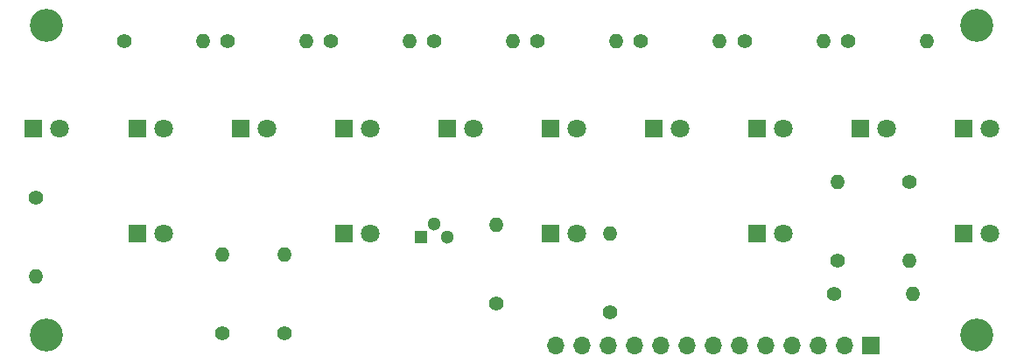
<source format=gbr>
%TF.GenerationSoftware,KiCad,Pcbnew,(6.0.9)*%
%TF.CreationDate,2023-01-08T16:32:17+01:00*%
%TF.ProjectId,led-counter,6c65642d-636f-4756-9e74-65722e6b6963,0.1*%
%TF.SameCoordinates,Original*%
%TF.FileFunction,Soldermask,Top*%
%TF.FilePolarity,Negative*%
%FSLAX46Y46*%
G04 Gerber Fmt 4.6, Leading zero omitted, Abs format (unit mm)*
G04 Created by KiCad (PCBNEW (6.0.9)) date 2023-01-08 16:32:17*
%MOMM*%
%LPD*%
G01*
G04 APERTURE LIST*
%ADD10R,1.700000X1.700000*%
%ADD11O,1.700000X1.700000*%
%ADD12R,1.300000X1.300000*%
%ADD13C,1.300000*%
%ADD14O,1.400000X1.400000*%
%ADD15C,1.400000*%
%ADD16C,3.200000*%
%ADD17C,1.800000*%
%ADD18R,1.800000X1.800000*%
G04 APERTURE END LIST*
D10*
%TO.C,J1*%
X134750000Y-82000000D03*
D11*
X132210000Y-82000000D03*
X129670000Y-82000000D03*
X127130000Y-82000000D03*
X124590000Y-82000000D03*
X122050000Y-82000000D03*
X119510000Y-82000000D03*
X116970000Y-82000000D03*
X114430000Y-82000000D03*
X111890000Y-82000000D03*
X109350000Y-82000000D03*
X106810000Y-82000000D03*
X104270000Y-82000000D03*
%TD*%
D12*
%TO.C,Q1*%
X91230000Y-71530000D03*
D13*
X92500000Y-70260000D03*
X93770000Y-71530000D03*
%TD*%
D14*
%TO.C,R16*%
X138810000Y-77000000D03*
D15*
X131190000Y-77000000D03*
%TD*%
%TO.C,R15*%
X131500000Y-73810000D03*
D14*
X131500000Y-66190000D03*
%TD*%
D15*
%TO.C,R14*%
X109500000Y-78810000D03*
D14*
X109500000Y-71190000D03*
%TD*%
D15*
%TO.C,R13*%
X78000000Y-80810000D03*
D14*
X78000000Y-73190000D03*
%TD*%
%TO.C,R12*%
X72000000Y-73190000D03*
D15*
X72000000Y-80810000D03*
%TD*%
%TO.C,R11*%
X98514970Y-77951564D03*
D14*
X98514970Y-70331564D03*
%TD*%
%TO.C,R10*%
X54000000Y-75310000D03*
D15*
X54000000Y-67690000D03*
%TD*%
%TO.C,R9*%
X62500000Y-52500000D03*
D14*
X70120000Y-52500000D03*
%TD*%
D15*
%TO.C,R8*%
X72500000Y-52500000D03*
D14*
X80120000Y-52500000D03*
%TD*%
D15*
%TO.C,R7*%
X82500000Y-52500000D03*
D14*
X90120000Y-52500000D03*
%TD*%
D15*
%TO.C,R6*%
X92500000Y-52500000D03*
D14*
X100120000Y-52500000D03*
%TD*%
D15*
%TO.C,R5*%
X102500000Y-52500000D03*
D14*
X110120000Y-52500000D03*
%TD*%
D15*
%TO.C,R4*%
X112500000Y-52500000D03*
D14*
X120120000Y-52500000D03*
%TD*%
D15*
%TO.C,R3*%
X122500000Y-52500000D03*
D14*
X130120000Y-52500000D03*
%TD*%
D15*
%TO.C,R2*%
X132500000Y-52500000D03*
D14*
X140120000Y-52500000D03*
%TD*%
D15*
%TO.C,R1*%
X138500000Y-66190000D03*
D14*
X138500000Y-73810000D03*
%TD*%
D16*
%TO.C,H4*%
X55000000Y-51000000D03*
%TD*%
%TO.C,H3*%
X145000000Y-51000000D03*
%TD*%
%TO.C,H2*%
X145000000Y-81000000D03*
%TD*%
%TO.C,H1*%
X55000000Y-81000000D03*
%TD*%
D17*
%TO.C,D14*%
X126290000Y-71160000D03*
D18*
X123750000Y-71160000D03*
%TD*%
D17*
%TO.C,D15*%
X146290000Y-71160000D03*
D18*
X143750000Y-71160000D03*
%TD*%
%TO.C,D9*%
X63750000Y-61000000D03*
D17*
X66290000Y-61000000D03*
%TD*%
%TO.C,D8*%
X76290000Y-61000000D03*
D18*
X73750000Y-61000000D03*
%TD*%
D17*
%TO.C,D7*%
X86290000Y-61000000D03*
D18*
X83750000Y-61000000D03*
%TD*%
D17*
%TO.C,D5*%
X106290000Y-61000000D03*
D18*
X103750000Y-61000000D03*
%TD*%
D17*
%TO.C,D1*%
X146290000Y-61000000D03*
D18*
X143750000Y-61000000D03*
%TD*%
D17*
%TO.C,D11*%
X66290000Y-71160000D03*
D18*
X63750000Y-71160000D03*
%TD*%
D17*
%TO.C,D10*%
X56290000Y-61000000D03*
D18*
X53750000Y-61000000D03*
%TD*%
D17*
%TO.C,D12*%
X86290000Y-71160000D03*
D18*
X83750000Y-71160000D03*
%TD*%
D17*
%TO.C,D13*%
X106290000Y-71160000D03*
D18*
X103750000Y-71160000D03*
%TD*%
%TO.C,D2*%
X133750000Y-61000000D03*
D17*
X136290000Y-61000000D03*
%TD*%
D18*
%TO.C,D3*%
X123750000Y-61000000D03*
D17*
X126290000Y-61000000D03*
%TD*%
%TO.C,D4*%
X116290000Y-61000000D03*
D18*
X113750000Y-61000000D03*
%TD*%
D17*
%TO.C,D6*%
X96290000Y-61000000D03*
D18*
X93750000Y-61000000D03*
%TD*%
M02*

</source>
